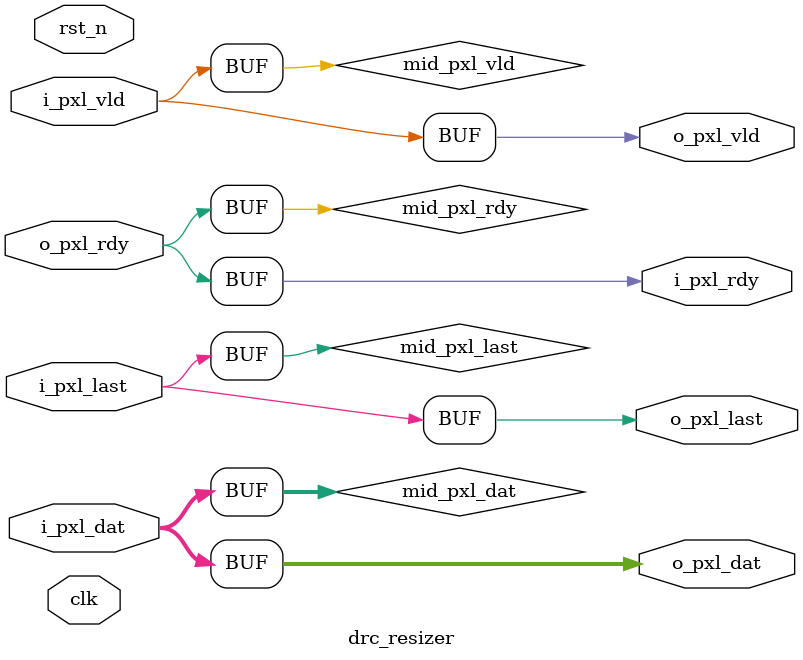
<source format=v>
module drc_resizer #(
    parameter PXL_GRAYSCALE     = 0,              // Pixel Grayscale enable
    parameter FRM_DOWNSCALE     = 0,              // Frame Downscale enable
    parameter FRM_COL_NUM       = 640,            // Number of columns in 1 frame
    parameter FRM_ROW_NUM       = 480,            // Number of rows in 1 frame
    parameter DOWNSCALE_TYPE    = "AVR-POOLING",  // Downscale Type: "AVR-POOLING" || "MAX-POOLING"
    parameter RGB_PXL_W         = 16,             // RGB565 width
    parameter GS_PXL_W          = 8,              // Grayscale width
    parameter I_PXL_W           = RGB_PXL_W,      // Input pixel width
    parameter O_PXL_W           = PXL_GRAYSCALE ? GS_PXL_W : RGB_PXL_W  // Output pixel width
) (
    input                   clk,
    input                   rst_n,

    input   [I_PXL_W-1:0]   i_pxl_dat,
    input                   i_pxl_last, // Last pixel of the frame
    input                   i_pxl_vld,
    output                  i_pxl_rdy,
    
    output  [O_PXL_W-1:0]   o_pxl_dat,
    output                  o_pxl_last, // Last pixel of the frame
    output                  o_pxl_vld,
    input                   o_pxl_rdy
);
    // Internal signal
    wire    [O_PXL_W-1:0]   mid_pxl_dat;
    wire                    mid_pxl_last;
    wire                    mid_pxl_vld;
    wire                    mid_pxl_rdy;
    // Module instantiation
generate
if (PXL_GRAYSCALE == 1) begin : GRAYSCALE_GEN
    // -- Pixel Grayscaler
    drc_pxl_grayscaler  pg (
        .rgb_pxl_i      (i_pxl_dat),
        .rgb_pxl_last_i (i_pxl_last),
        .rgb_pxl_vld_i  (i_pxl_vld),
        .rgb_pxl_rdy_o  (i_pxl_rdy),
        .gs_pxl_o       (mid_pxl_dat),
        .gs_pxl_last_o  (mid_pxl_last),
        .gs_pxl_vld_o   (mid_pxl_vld),
        .gs_pxl_rdy_i   (mid_pxl_rdy)
    );
end
else begin : GRAYSCALE_BYPASS
    assign mid_pxl_dat  = i_pxl_dat;
    assign mid_pxl_last = i_pxl_last;
    assign mid_pxl_vld  = i_pxl_vld;
    assign i_pxl_rdy    = mid_pxl_rdy;
end
endgenerate
generate
if (FRM_DOWNSCALE == 1) begin : DOWNSCALE_GEN
    // -- Frame Downscaler
    drc_frm_downscaler #(
        .DOWNSCALE_TYPE (DOWNSCALE_TYPE),
        .I_PXL_W        (O_PXL_W),
        .COL_NUM        (FRM_COL_NUM),
        .ROW_NUM        (FRM_ROW_NUM)
    ) fd (
        .clk            (clk),
        .rst_n          (rst_n),
        .bwd_pxl_data_i (mid_pxl_dat),
        .bwd_pxl_last_i (mid_pxl_last),
        .bwd_pxl_vld_i  (mid_pxl_vld),
        .bwd_pxl_rdy_o  (mid_pxl_rdy),
        .fwd_pxl_data_o (o_pxl_dat),
        .fwd_pxl_last_o (o_pxl_last),
        .fwd_pxl_vld_o  (o_pxl_vld),
        .fwd_pxl_rdy_i  (o_pxl_rdy)
    );
end
else begin : DOWNSCALE_BYPASS
    assign o_pxl_dat    = mid_pxl_dat;
    assign o_pxl_last   = mid_pxl_last;
    assign o_pxl_vld    = mid_pxl_vld;
    assign mid_pxl_rdy  = o_pxl_rdy;
end
endgenerate
    
endmodule
</source>
